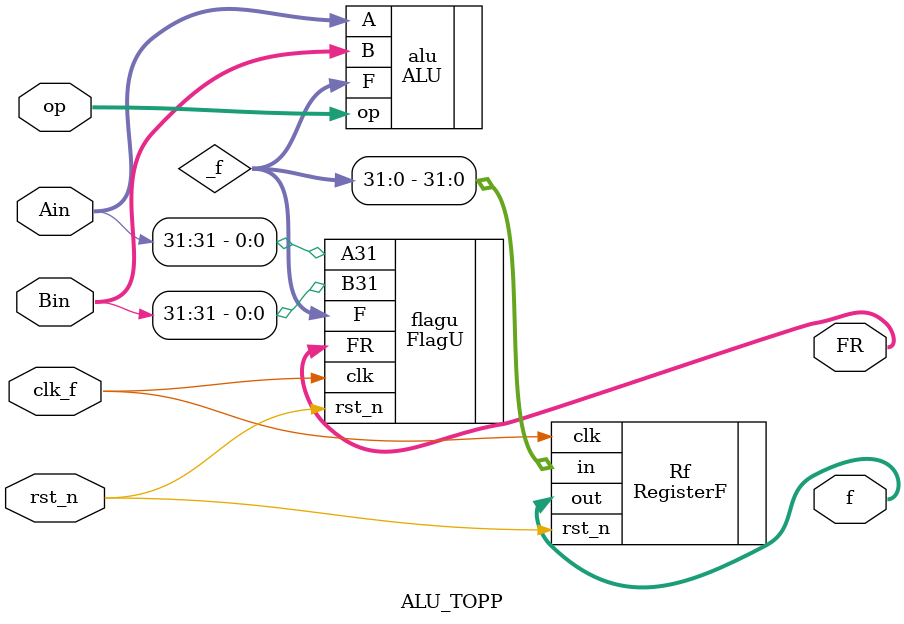
<source format=v>
`timescale 1ns / 1ps


module ALU_TOPP(
    input rst_n,clk_f,
    input [3:0] op,
    input [31:0] Ain,Bin,
    output [3:0] FR,
    output [31:0] f
    );

    wire [32:0] _f;

    ALU alu(.A(Ain), .B(Bin), .F(_f), .op(op));
    FlagU flagu(.A31(Ain[31]),.B31(Bin[31]),.rst_n(rst_n),.clk(clk_f),.F(_f),.FR(FR));
    RegisterF Rf(.rst_n(rst_n), .clk(clk_f), .in(_f[31:0]), .out(f));
endmodule

</source>
